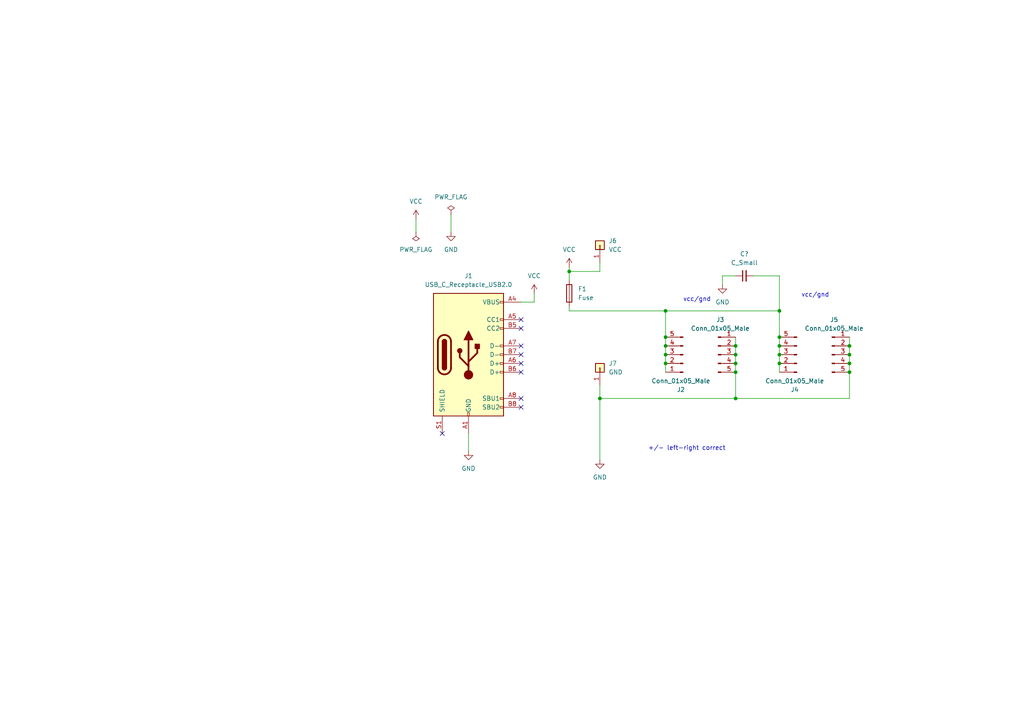
<source format=kicad_sch>
(kicad_sch (version 20211123) (generator eeschema)
  (paper "A4")
  (lib_symbols
    (symbol "Connector:Conn_01x05_Male" (pin_names (offset 1.016) hide)
      (property "Reference" "J" (at 0 7.62 0))
      (property "Value" "Conn_01x05_Male" (at 0 -7.62 0))
      (symbol "Conn_01x05_Male_1_1"
        (polyline (pts (xy 1.27 -5.08) (xy 0.8636 -5.08)) (stroke (width 0.1524)))
        (polyline (pts (xy 1.27 -2.54) (xy 0.8636 -2.54)) (stroke (width 0.1524)))
        (polyline (pts (xy 1.27 0) (xy 0.8636 0)) (stroke (width 0.1524)))
        (polyline (pts (xy 1.27 2.54) (xy 0.8636 2.54)) (stroke (width 0.1524)))
        (polyline (pts (xy 1.27 5.08) (xy 0.8636 5.08)) (stroke (width 0.1524)))
        (rectangle (start 0.8636 -4.953) (end 0 -5.207) (stroke (width 0.1524)) (fill (type outline)))
        (rectangle (start 0.8636 -2.413) (end 0 -2.667) (stroke (width 0.1524)) (fill (type outline)))
        (rectangle (start 0.8636 0.127) (end 0 -0.127) (stroke (width 0.1524)) (fill (type outline)))
        (rectangle (start 0.8636 2.667) (end 0 2.413) (stroke (width 0.1524)) (fill (type outline)))
        (rectangle (start 0.8636 5.207) (end 0 4.953) (stroke (width 0.1524)) (fill (type outline)))
        (pin passive line (at 5.08 5.08 180) (length 3.81) (name "Pin_1") (number "1"))
        (pin passive line (at 5.08 2.54 180) (length 3.81) (name "Pin_2") (number "2"))
        (pin passive line (at 5.08 0 180) (length 3.81) (name "Pin_3") (number "3"))
        (pin passive line (at 5.08 -2.54 180) (length 3.81) (name "Pin_4") (number "4"))
        (pin passive line (at 5.08 -5.08 180) (length 3.81) (name "Pin_5") (number "5"))
      )
    )
    (symbol "Connector:USB_C_Receptacle_USB2.0" (pin_names (offset 1.016))
      (property "Reference" "J" (at -10.16 19.05 0))
      (property "Value" "USB_C_Receptacle_USB2.0" (at 19.05 19.05 0))
      (symbol "USB_C_Receptacle_USB2.0_0_0"
        (rectangle (start -0.254 -17.78) (end 0.254 -16.764))
        (rectangle (start 10.16 -14.986) (end 9.144 -15.494))
        (rectangle (start 10.16 -12.446) (end 9.144 -12.954))
        (rectangle (start 10.16 -4.826) (end 9.144 -5.334))
        (rectangle (start 10.16 -2.286) (end 9.144 -2.794))
        (rectangle (start 10.16 0.254) (end 9.144 -0.254))
        (rectangle (start 10.16 2.794) (end 9.144 2.286))
        (rectangle (start 10.16 7.874) (end 9.144 7.366))
        (rectangle (start 10.16 10.414) (end 9.144 9.906))
        (rectangle (start 10.16 15.494) (end 9.144 14.986))
      )
      (symbol "USB_C_Receptacle_USB2.0_0_1"
        (rectangle (start -10.16 17.78) (end 10.16 -17.78) (stroke (width 0.254)) (fill (type background)))
        (arc (start -8.89 -3.81) (mid -6.985 -5.715) (end -5.08 -3.81) (stroke (width 0.508)))
        (arc (start -7.62 -3.81) (mid -6.985 -4.445) (end -6.35 -3.81) (stroke (width 0.254)))
        (arc (start -7.62 -3.81) (mid -6.985 -4.445) (end -6.35 -3.81) (stroke (width 0.254)) (fill (type outline)))
        (rectangle (start -7.62 -3.81) (end -6.35 3.81) (stroke (width 0.254)) (fill (type outline)))
        (arc (start -6.35 3.81) (mid -6.985 4.445) (end -7.62 3.81) (stroke (width 0.254)))
        (arc (start -6.35 3.81) (mid -6.985 4.445) (end -7.62 3.81) (stroke (width 0.254)) (fill (type outline)))
        (arc (start -5.08 3.81) (mid -6.985 5.715) (end -8.89 3.81) (stroke (width 0.508)))
        (circle (center -2.54 1.143) (radius 0.635) (stroke (width 0.254)) (fill (type outline)))
        (circle (center 0 -5.842) (radius 1.27) (fill (type outline)))
        (polyline (pts (xy -8.89 -3.81) (xy -8.89 3.81)) (stroke (width 0.508)))
        (polyline (pts (xy -5.08 3.81) (xy -5.08 -3.81)) (stroke (width 0.508)))
        (polyline (pts (xy 0 -5.842) (xy 0 4.318)) (stroke (width 0.508)))
        (polyline (pts (xy 0 -3.302) (xy -2.54 -0.762) (xy -2.54 0.508)) (stroke (width 0.508)))
        (polyline (pts (xy 0 -2.032) (xy 2.54 0.508) (xy 2.54 1.778)) (stroke (width 0.508)))
        (polyline (pts (xy -1.27 4.318) (xy 0 6.858) (xy 1.27 4.318) (xy -1.27 4.318)) (stroke (width 0.254)) (fill (type outline)))
        (rectangle (start 1.905 1.778) (end 3.175 3.048) (stroke (width 0.254)) (fill (type outline)))
      )
      (symbol "USB_C_Receptacle_USB2.0_1_1"
        (pin passive line (at 0 -22.86 90) (length 5.08) (name "GND") (number "A1"))
        (pin passive line (at 0 -22.86 90) (length 5.08) hide (name "GND") (number "A12"))
        (pin passive line (at 15.24 15.24 180) (length 5.08) (name "VBUS") (number "A4"))
        (pin bidirectional line (at 15.24 10.16 180) (length 5.08) (name "CC1") (number "A5"))
        (pin bidirectional line (at 15.24 -2.54 180) (length 5.08) (name "D+") (number "A6"))
        (pin bidirectional line (at 15.24 2.54 180) (length 5.08) (name "D-") (number "A7"))
        (pin bidirectional line (at 15.24 -12.7 180) (length 5.08) (name "SBU1") (number "A8"))
        (pin passive line (at 15.24 15.24 180) (length 5.08) hide (name "VBUS") (number "A9"))
        (pin passive line (at 0 -22.86 90) (length 5.08) hide (name "GND") (number "B1"))
        (pin passive line (at 0 -22.86 90) (length 5.08) hide (name "GND") (number "B12"))
        (pin passive line (at 15.24 15.24 180) (length 5.08) hide (name "VBUS") (number "B4"))
        (pin bidirectional line (at 15.24 7.62 180) (length 5.08) (name "CC2") (number "B5"))
        (pin bidirectional line (at 15.24 -5.08 180) (length 5.08) (name "D+") (number "B6"))
        (pin bidirectional line (at 15.24 0 180) (length 5.08) (name "D-") (number "B7"))
        (pin bidirectional line (at 15.24 -15.24 180) (length 5.08) (name "SBU2") (number "B8"))
        (pin passive line (at 15.24 15.24 180) (length 5.08) hide (name "VBUS") (number "B9"))
        (pin passive line (at -7.62 -22.86 90) (length 5.08) (name "SHIELD") (number "S1"))
      )
    )
    (symbol "Connector_Generic:Conn_01x01" (pin_names (offset 1.016) hide)
      (property "Reference" "J" (at 0 2.54 0))
      (property "Value" "Conn_01x01" (at 0 -2.54 0))
      (symbol "Conn_01x01_1_1"
        (rectangle (start -1.27 0.127) (end 0 -0.127) (stroke (width 0.1524)))
        (rectangle (start -1.27 1.27) (end 1.27 -1.27) (stroke (width 0.254)) (fill (type background)))
        (pin passive line (at -5.08 0 0) (length 3.81) (name "Pin_1") (number "1"))
      )
    )
    (symbol "Device:C_Small" (pin_numbers hide) (pin_names (offset 0.254) hide)
      (property "Reference" "C" (at 0.254 1.778 0))
      (property "Value" "C_Small" (at 0.254 -2.032 0))
      (symbol "C_Small_0_1"
        (polyline (pts (xy -1.524 -0.508) (xy 1.524 -0.508)) (stroke (width 0.3302)))
        (polyline (pts (xy -1.524 0.508) (xy 1.524 0.508)) (stroke (width 0.3048)))
      )
      (symbol "C_Small_1_1"
        (pin passive line (at 0 2.54 270) (length 2.032) (name "~") (number "1"))
        (pin passive line (at 0 -2.54 90) (length 2.032) (name "~") (number "2"))
      )
    )
    (symbol "Device:Fuse" (pin_numbers hide) (pin_names (offset 0))
      (property "Reference" "F" (at 2.032 0 90))
      (property "Value" "Fuse" (at -1.905 0 90))
      (symbol "Fuse_0_1"
        (rectangle (start -0.762 -2.54) (end 0.762 2.54) (stroke (width 0.254)))
        (polyline (pts (xy 0 2.54) (xy 0 -2.54)))
      )
      (symbol "Fuse_1_1"
        (pin passive line (at 0 3.81 270) (length 1.27) (name "~") (number "1"))
        (pin passive line (at 0 -3.81 90) (length 1.27) (name "~") (number "2"))
      )
    )
    (symbol "power:GND" (power) (pin_names (offset 0))
      (property "Value" "GND" (at 0 -3.81 0))
      (symbol "GND_0_1"
        (polyline (pts (xy 0 0) (xy 0 -1.27) (xy 1.27 -1.27) (xy 0 -2.54) (xy -1.27 -1.27) (xy 0 -1.27)))
      )
      (symbol "GND_1_1"
        (pin power_in line (at 0 0 270) (length 0) hide (name "GND") (number "1"))
      )
    )
    (symbol "power:PWR_FLAG" (power) (pin_numbers hide) (pin_names (offset 0) hide)
      (property "Value" "PWR_FLAG" (at 0 3.81 0))
      (symbol "PWR_FLAG_0_0"
        (pin power_out line (at 0 0 90) (length 0) (name "pwr") (number "1"))
      )
      (symbol "PWR_FLAG_0_1"
        (polyline (pts (xy 0 0) (xy 0 1.27) (xy -1.016 1.905) (xy 0 2.54) (xy 1.016 1.905) (xy 0 1.27)))
      )
    )
    (symbol "power:VCC" (power) (pin_names (offset 0))
      (property "Value" "VCC" (at 0 3.81 0))
      (symbol "VCC_0_1"
        (polyline (pts (xy -0.762 1.27) (xy 0 2.54)))
        (polyline (pts (xy 0 0) (xy 0 2.54)))
        (polyline (pts (xy 0 2.54) (xy 0.762 1.27)))
      )
      (symbol "VCC_1_1"
        (pin power_in line (at 0 0 90) (length 0) hide (name "VCC") (number "1"))
      )
    )
  )
  (junction (at 246.38 105.41))
  (junction (at 193.04 90.17))
  (junction (at 246.38 102.87))
  (junction (at 226.06 90.17))
  (junction (at 193.04 105.41))
  (junction (at 173.99 115.57))
  (junction (at 226.06 97.79))
  (junction (at 213.36 105.41))
  (junction (at 213.36 100.33))
  (junction (at 193.04 102.87))
  (junction (at 246.38 107.95))
  (junction (at 213.36 115.57))
  (junction (at 165.1 78.74))
  (junction (at 246.38 100.33))
  (junction (at 213.36 107.95))
  (junction (at 193.04 100.33))
  (junction (at 226.06 102.87))
  (junction (at 226.06 100.33))
  (junction (at 193.04 97.79))
  (junction (at 213.36 102.87))
  (junction (at 226.06 105.41))
  (no_connect (at 151.13 100.33))
  (no_connect (at 151.13 102.87))
  (no_connect (at 151.13 105.41))
  (no_connect (at 151.13 107.95))
  (no_connect (at 151.13 115.57))
  (no_connect (at 151.13 118.11))
  (no_connect (at 128.27 125.73))
  (no_connect (at 151.13 92.71))
  (no_connect (at 151.13 95.25))
  (wire (pts (xy 226.06 90.17) (xy 193.04 90.17)))
  (wire (pts (xy 218.44 80.01) (xy 226.06 80.01)))
  (wire (pts (xy 151.13 87.63) (xy 154.94 87.63)))
  (wire (pts (xy 246.38 102.87) (xy 246.38 105.41)))
  (wire (pts (xy 173.99 76.2) (xy 173.99 78.74)))
  (wire (pts (xy 226.06 97.79) (xy 226.06 90.17)))
  (wire (pts (xy 165.1 78.74) (xy 165.1 81.28)))
  (wire (pts (xy 135.89 125.73) (xy 135.89 130.81)))
  (wire (pts (xy 173.99 115.57) (xy 173.99 133.35)))
  (wire (pts (xy 209.55 80.01) (xy 213.36 80.01)))
  (wire (pts (xy 165.1 77.47) (xy 165.1 78.74)))
  (wire (pts (xy 226.06 102.87) (xy 226.06 105.41)))
  (wire (pts (xy 226.06 105.41) (xy 226.06 107.95)))
  (wire (pts (xy 246.38 97.79) (xy 246.38 100.33)))
  (wire (pts (xy 213.36 102.87) (xy 213.36 105.41)))
  (wire (pts (xy 173.99 78.74) (xy 165.1 78.74)))
  (wire (pts (xy 226.06 97.79) (xy 226.06 100.33)))
  (wire (pts (xy 213.36 100.33) (xy 213.36 102.87)))
  (wire (pts (xy 213.36 115.57) (xy 213.36 107.95)))
  (wire (pts (xy 246.38 107.95) (xy 246.38 115.57)))
  (wire (pts (xy 193.04 105.41) (xy 193.04 107.95)))
  (wire (pts (xy 246.38 115.57) (xy 213.36 115.57)))
  (wire (pts (xy 173.99 111.76) (xy 173.99 115.57)))
  (wire (pts (xy 226.06 100.33) (xy 226.06 102.87)))
  (wire (pts (xy 193.04 100.33) (xy 193.04 102.87)))
  (wire (pts (xy 193.04 90.17) (xy 193.04 97.79)))
  (wire (pts (xy 213.36 115.57) (xy 173.99 115.57)))
  (wire (pts (xy 213.36 97.79) (xy 213.36 100.33)))
  (wire (pts (xy 130.81 62.23) (xy 130.81 67.31)))
  (wire (pts (xy 193.04 90.17) (xy 165.1 90.17)))
  (wire (pts (xy 246.38 105.41) (xy 246.38 107.95)))
  (wire (pts (xy 154.94 87.63) (xy 154.94 85.09)))
  (wire (pts (xy 193.04 97.79) (xy 193.04 100.33)))
  (wire (pts (xy 226.06 80.01) (xy 226.06 90.17)))
  (wire (pts (xy 165.1 90.17) (xy 165.1 88.9)))
  (wire (pts (xy 213.36 105.41) (xy 213.36 107.95)))
  (wire (pts (xy 193.04 102.87) (xy 193.04 105.41)))
  (wire (pts (xy 209.55 82.55) (xy 209.55 80.01)))
  (wire (pts (xy 120.65 63.5) (xy 120.65 67.31)))
  (wire (pts (xy 246.38 100.33) (xy 246.38 102.87)))
  (text "vcc/gnd\n" (at 198.12 87.63 0) (effects (font (size 1.27 1.27)) (justify left bottom)))
  (text "+/- left-right correct\n" (at 187.96 130.81 0) (effects (font (size 1.27 1.27)) (justify left bottom)))
  (text "vcc/gnd\n" (at 232.41 86.36 0) (effects (font (size 1.27 1.27)) (justify left bottom)))
  (symbol (lib_id "Device:Fuse") (at 165.1 85.09 0) (unit 1)
    (property "Reference" "F1" (at 167.64 83.8199 0) (effects (justify left)))
    (property "Value" "Fuse" (at 167.64 86.3599 0) (effects (justify left)))
    (property "Footprint" "Fuse:Fuse_1812_4532Metric_Pad1.30x3.40mm_HandSolder" (effects hide))
  )
  (symbol (lib_id "Device:C_Small") (at 215.9 80.01 90) (unit 1)
    (property "Reference" "C?" (at 215.9063 73.66 90))
    (property "Value" "C_Small" (at 215.9063 76.2 90))
  )
  (symbol (lib_id "Connector:USB_C_Receptacle_USB2.0") (at 135.89 102.87 0) (unit 1)
    (property "Reference" "J1" (at 135.89 80.01 0))
    (property "Value" "USB_C_Receptacle_USB2.0" (at 135.89 82.55 0))
    (property "Footprint" "Connector_USB:USB_C_Receptacle_HRO_TYPE-C-31-M-12" (effects hide))
    (property "Datasheet" "https://www.usb.org/sites/default/files/documents/usb_type-c.zip" (effects hide))
  )
  (symbol (lib_id "power:GND") (at 130.81 67.31 0) (unit 1)
    (property "Reference" "#PWR06" (effects hide))
    (property "Value" "GND" (at 130.81 72.39 0))
  )
  (symbol (lib_id "Connector_Generic:Conn_01x01") (at 173.99 106.68 90) (unit 1)
    (property "Reference" "J7" (at 176.53 105.4099 90) (effects (justify right)))
    (property "Value" "GND" (at 176.53 107.9499 90) (effects (justify right)))
    (property "Footprint" "0myLib:5mm_pad" (effects hide))
  )
  (symbol (lib_id "power:GND") (at 135.89 130.81 0) (unit 1)
    (property "Reference" "#PWR01" (effects hide))
    (property "Value" "GND" (at 135.89 135.89 0))
  )
  (symbol (lib_id "power:VCC") (at 165.1 77.47 0) (unit 1)
    (property "Reference" "#PWR03" (effects hide))
    (property "Value" "VCC" (at 165.1 72.39 0))
  )
  (symbol (lib_id "Connector:Conn_01x05_Male") (at 231.14 102.87 180) (unit 1)
    (property "Reference" "J4" (at 230.505 113.03 0))
    (property "Value" "Conn_01x05_Male" (at 230.505 110.49 0))
    (property "Footprint" "Connector_PinHeader_2.54mm:PinHeader_1x05_P2.54mm_Vertical" (effects hide))
  )
  (symbol (lib_id "power:VCC") (at 120.65 63.5 0) (unit 1)
    (property "Reference" "#PWR05" (effects hide))
    (property "Value" "VCC" (at 120.65 58.42 0))
  )
  (symbol (lib_id "power:PWR_FLAG") (at 130.81 62.23 0) (unit 1)
    (property "Reference" "#FLG02" (effects hide))
    (property "Value" "PWR_FLAG" (at 130.81 57.15 0))
  )
  (symbol (lib_id "Connector_Generic:Conn_01x01") (at 173.99 71.12 90) (unit 1)
    (property "Reference" "J6" (at 176.53 69.8499 90) (effects (justify right)))
    (property "Value" "VCC" (at 176.53 72.3899 90) (effects (justify right)))
    (property "Footprint" "0myLib:5mm_pad" (effects hide))
  )
  (symbol (lib_id "power:GND") (at 173.99 133.35 0) (unit 1)
    (property "Reference" "#PWR04" (effects hide))
    (property "Value" "GND" (at 173.99 138.43 0))
  )
  (symbol (lib_id "Connector:Conn_01x05_Male") (at 198.12 102.87 180) (unit 1)
    (property "Reference" "J2" (at 197.485 113.03 0))
    (property "Value" "Conn_01x05_Male" (at 197.485 110.49 0))
    (property "Footprint" "Connector_PinHeader_2.54mm:PinHeader_1x05_P2.54mm_Vertical" (effects hide))
  )
  (symbol (lib_id "Connector:Conn_01x05_Male") (at 241.3 102.87 0) (unit 1)
    (property "Reference" "J5" (at 241.935 92.71 0))
    (property "Value" "Conn_01x05_Male" (at 241.935 95.25 0))
    (property "Footprint" "Connector_PinHeader_2.54mm:PinHeader_1x05_P2.54mm_Vertical" (effects hide))
  )
  (symbol (lib_id "Connector:Conn_01x05_Male") (at 208.28 102.87 0) (unit 1)
    (property "Reference" "J3" (at 208.915 92.71 0))
    (property "Value" "Conn_01x05_Male" (at 208.915 95.25 0))
    (property "Footprint" "Connector_PinHeader_2.54mm:PinHeader_1x05_P2.54mm_Vertical" (effects hide))
  )
  (symbol (lib_id "power:PWR_FLAG") (at 120.65 67.31 180) (unit 1)
    (property "Reference" "#FLG01" (effects hide))
    (property "Value" "PWR_FLAG" (at 120.65 72.39 0))
  )
  (symbol (lib_id "power:GND") (at 209.55 82.55 0) (unit 1)
    (property "Reference" "#PWR07" (effects hide))
    (property "Value" "GND" (at 209.55 87.63 0))
  )
  (symbol (lib_id "power:VCC") (at 154.94 85.09 0) (unit 1)
    (property "Reference" "#PWR02" (effects hide))
    (property "Value" "VCC" (at 154.94 80.01 0))
  )
)
</source>
